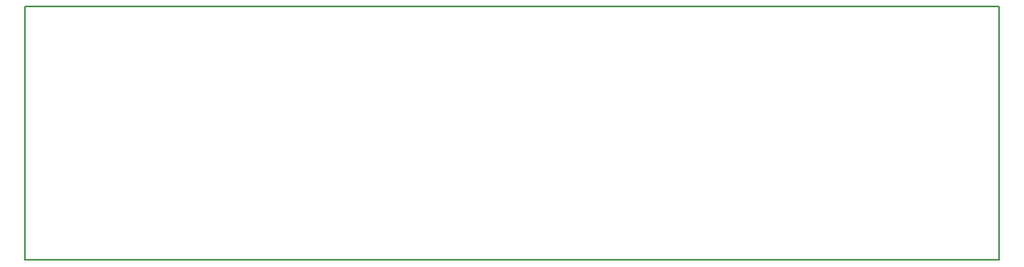
<source format=gbr>
G04 #@! TF.GenerationSoftware,KiCad,Pcbnew,5.1.6*
G04 #@! TF.CreationDate,2020-10-23T21:04:08+02:00*
G04 #@! TF.ProjectId,RC2014 - Single Stepper_ Revision 2,52433230-3134-4202-9d20-53696e676c65,rev?*
G04 #@! TF.SameCoordinates,Original*
G04 #@! TF.FileFunction,Profile,NP*
%FSLAX46Y46*%
G04 Gerber Fmt 4.6, Leading zero omitted, Abs format (unit mm)*
G04 Created by KiCad (PCBNEW 5.1.6) date 2020-10-23 21:04:08*
%MOMM*%
%LPD*%
G01*
G04 APERTURE LIST*
G04 #@! TA.AperFunction,Profile*
%ADD10C,0.150000*%
G04 #@! TD*
G04 APERTURE END LIST*
D10*
X97231100Y-118333600D02*
X199771100Y-118333600D01*
X199771100Y-118333600D02*
X199771100Y-91673600D01*
X199771100Y-91673600D02*
X97231100Y-91673600D01*
X97231100Y-91673600D02*
X97231100Y-118333600D01*
M02*

</source>
